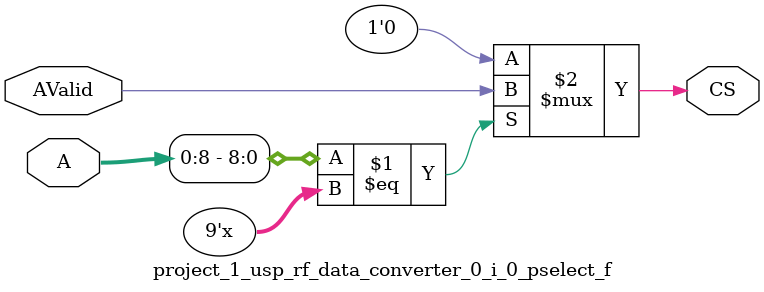
<source format=v>
`timescale 1 ps/1 ps

module project_1_usp_rf_data_converter_0_i_0_pselect_f ( A, AValid, CS) ;

parameter C_AB  = 9;
parameter C_AW  = 32;
parameter [0:C_AW - 1] C_BAR =  'bz;
parameter C_FAMILY  = "nofamily";
input[0:C_AW-1] A; 
input AValid; 
output CS; 
wire CS;
parameter [0:C_AB-1]BAR = C_BAR[0:C_AB-1];

//----------------------------------------------------------------------------
// Build a behavioral decoder
//----------------------------------------------------------------------------
generate
if (C_AB > 0) begin : XST_WA
assign CS = (A[0:C_AB - 1] == BAR[0:C_AB - 1]) ? AValid : 1'b0 ;
end
endgenerate

generate
if (C_AB == 0) begin : PASS_ON_GEN
assign CS = AValid ;
end
endgenerate
endmodule

</source>
